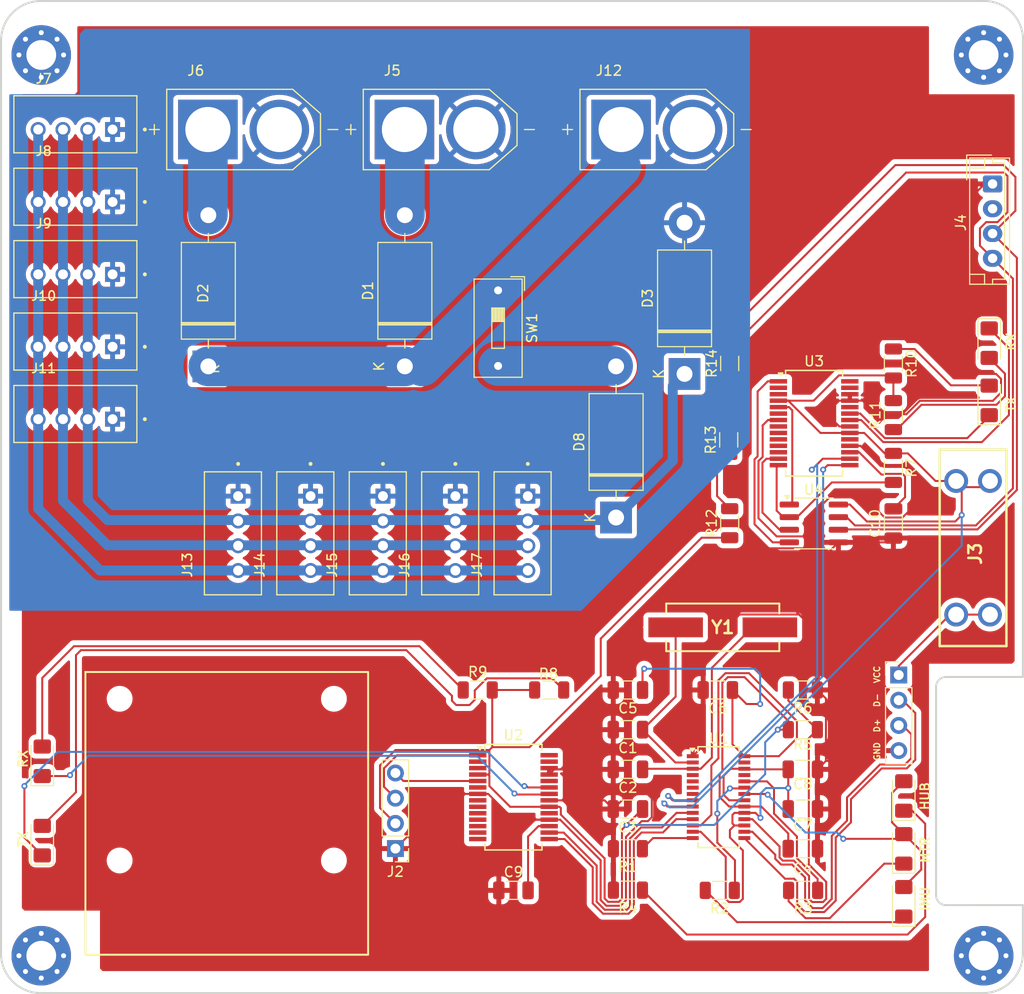
<source format=kicad_pcb>
(kicad_pcb (version 20240108) (generator "pcbnew") (generator_version "8.0")
  (layers (0 "F.Cu" signal) (31 "B.Cu" signal) (34 "B.Paste" user) (35 "F.Paste" user) (36 "B.SilkS" user "B.Silkscreen") (37 "F.SilkS" user "F.Silkscreen") (38 "B.Mask" user) (39 "F.Mask" user) (44 "Edge.Cuts" user))
  (net 0 "")
  (net 1 "Net-(U1-XOUT)")
  (net 2 "GNDREF")
  (net 3 "Net-(U1-XIN)")
  (net 4 "USB_PWR")
  (net 5 "Net-(U1-VD18)")
  (net 6 "3v3")
  (net 7 "Net-(HUB1-K)")
  (net 8 "Net-(HUB1-A)")
  (net 9 "Net-(IMU1-K)")
  (net 10 "Net-(MTRS1-K)")
  (net 11 "USB_D+")
  (net 12 "USB_D-")
  (net 13 "Net-(U1-REXT)")
  (net 14 "Net-(U1-LED1{slash}EESCL)")
  (net 15 "Net-(U1-LED2)")
  (net 16 "Net-(U1-VBUSM)")
  (net 18 "Net-(U3-3V3OUT)")
  (net 22 "Net-(D4-K)")
  (net 24 "Net-(U2-3V3OUT)")
  (net 25 "Net-(J2-Pin_3)")
  (net 27 "Net-(J2-Pin_4)")
  (net 28 "Net-(D4-A)")
  (net 29 "Net-(D5-K)")
  (net 36 "Net-(D5-A)")
  (net 42 "Net-(U3-CBUS3)")
  (net 44 "MOTORS_USB_D-")
  (net 45 "MOTORS_USB_D+")
  (net 46 "IMU_USB_D+")
  (net 47 "IMU_USB_D-")
  (net 53 "Net-(U3-RXD)")
  (net 55 "Net-(D6-K)")
  (net 57 "Net-(U3-TXD)")
  (net 60 "Net-(D6-A)")
  (net 61 "Net-(U3-CBUS2)")
  (net 63 "Net-(D7-K)")
  (net 64 "Net-(D7-A)")
  (net 65 "Net-(J1-Pin_1)")
  (net 67 "Net-(U4-A)")
  (net 68 "Net-(U4-B)")
  (net 69 "Net-(D1-K)")
  (net 70 "Net-(D1-A)")
  (net 71 "Net-(D2-A)")
  (net 72 "GND")
  (net 73 "Net-(D8-A)")
  (net 74 "Net-(J10-Pad4)")
  (net 75 "Net-(J10-Pad3)")
  (net 76 "Net-(D3-K)")
  (footprint "B4B-XH (conectores do motor):JST_B4B-XH-A" (layer "F.Cu") (at 106.74 35.289)
    (property "Reference" "J7")
    (property "Value" "B4B-XH-A")
  )
  (footprint "Capacitor_SMD:C_1206_3216Metric" (layer "F.Cu") (at 189.2 75.525 90)
    (property "Reference" "C10")
    (property "Value" "0.1uF")
  )
  (footprint "Package_SO:SSOP-28_3.9x9.9mm_P0.635mm" (layer "F.Cu") (at 171.575 103.1125)
    (property "Reference" "U1")
    (property "Value" "FE1.1s")
  )
  (footprint "B4B-XH (conectores do motor):JST_B4B-XH-A" (layer "F.Cu") (at 129.921 76.52175 90)
    (property "Reference" "J14")
    (property "Value" "B4B-XH-A")
  )
  (footprint "Resistor_SMD:R_1206_3216Metric" (layer "F.Cu") (at 162.44 112.49)
    (property "Reference" "R4")
    (property "Value" "330")
  )
  (footprint "B4B-XH (conectores do motor):JST_B4B-XH-A" (layer "F.Cu") (at 106.74 42.589)
    (property "Reference" "J8")
    (property "Value" "B4B-XH-A")
  )
  (footprint "B4B-XH (conectores do motor):JST_B4B-XH-A" (layer "F.Cu") (at 151.821 76.52175 90)
    (property "Reference" "J17")
    (property "Value" "B4B-XH-A")
  )
  (footprint "Capacitor_SMD:C_1206_3216Metric" (layer "F.Cu") (at 162.4375 96.3125 180)
    (property "Reference" "C1")
    (property "Value" "22pF")
  )
  (footprint "Package_SO:SOIC-8_3.9x4.9mm_P1.27mm" (layer "F.Cu") (at 181.183 75.524)
    (property "Reference" "U4")
    (property "Value" "MAX485E")
  )
  (footprint "Resistor_SMD:R_1206_3216Metric" (layer "F.Cu") (at 162.4375 108.3125 180)
    (property "Reference" "R1")
    (property "Value" "2K7")
  )
  (footprint "" (layer "F.Cu") (at 132.8 109.5)
    (property "Reference" "")
    (property "Value" "")
  )
  (footprint "Resistor_SMD:R_1206_3216Metric" (layer "F.Cu") (at 180.075 96.3125)
    (property "Reference" "R5")
    (property "Value" "47K")
  )
  (footprint "Resistor_SMD:R_1206_3216Metric" (layer "F.Cu") (at 171.7 112.5125 180)
    (property "Reference" "R2")
    (property "Value" "330")
  )
  (footprint "" (layer "F.Cu") (at 132.8 93.2)
    (property "Reference" "")
    (property "Value" "")
  )
  (footprint "MountingHole:MountingHole_3mm_Pad_Via" (layer "F.Cu") (at 198.3 28.3)
    (property "Reference" "REF**" (hide yes))
    (property "Value" "MountingHole_3mm_Pad_Via" (hide yes))
  )
  (footprint "B4B-XH (conectores do motor):JST_B4B-XH-A" (layer "F.Cu") (at 106.74 49.889)
    (property "Reference" "J9")
    (property "Value" "B4B-XH-A")
  )
  (footprint "components:ECS120185PXGMTR" (layer "F.Cu") (at 172 86)
    (property "Reference" "Y1")
    (property "Value" "Crystal" (hide yes))
  )
  (footprint "Capacitor_SMD:C_1206_3216Metric" (layer "F.Cu") (at 162.4375 104.3125 180)
    (property "Reference" "C3")
    (property "Value" "10uF")
  )
  (footprint "MountingHole:MountingHole_3mm_Pad_Via" (layer "F.Cu") (at 198.3 119.1)
    (property "Reference" "REF**" (hide yes))
    (property "Value" "MountingHole_3mm_Pad_Via" (hide yes))
  )
  (footprint "LED_SMD:LED_1206_3216Metric_Pad1.42x1.75mm_HandSolder" (layer "F.Cu") (at 198.86 57.35 -90)
    (property "Reference" "D7" (hide yes))
    (property "Value" "MTR_RX")
  )
  (footprint "Resistor_SMD:R_1206_3216Metric" (layer "F.Cu") (at 180.075 92.3125 180)
    (property "Reference" "R6")
    (property "Value" "100K")
  )
  (footprint "Connector_PinHeader_2.54mm:PinHeader_1x04_P2.54mm_Vertical" (layer "F.Cu") (at 139 108.3 180)
    (property "Reference" "J2")
    (property "Value" "IMU")
  )
  (footprint "Diode_THT:D_DO-201AD_P15.24mm_Horizontal" (layer "F.Cu") (at 161.246 74.93 90)
    (property "Reference" "D8")
    (property "Value" "1N5400")
  )
  (footprint "MountingHole:MountingHole_3mm_Pad_Via" (layer "F.Cu") (at 103.3 119.1)
    (property "Reference" "REF**" (hide yes))
    (property "Value" "MountingHole_3mm_Pad_Via" (hide yes))
  )
  (footprint "Connector_PinHeader_2.54mm:PinHeader_1x04_P2.54mm_Vertical" (layer "F.Cu") (at 189.738 90.805)
    (property "Reference" "J1" (hide yes))
    (property "Value" "USB_IN" (hide yes))
  )
  (footprint "xt 60:AMASS_XT60-M" (layer "F.Cu") (at 143.51 35.814)
    (property "Reference" "J5")
    (property "Value" "XT60-M")
  )
  (footprint "LED_SMD:LED_1206_3216Metric_Pad1.42x1.75mm_HandSolder" (layer "F.Cu") (at 190.246 102.997 90)
    (property "Reference" "HUB1" (hide yes))
    (property "Value" "HUB_PWR")
  )
  (footprint "B4B-XH (conectores do motor):JST_B4B-XH-A" (layer "F.Cu") (at 137.221 76.52175 90)
    (property "Reference" "J15")
    (property "Value" "B4B-XH-A")
  )
  (footprint "xt 60:AMASS_XT60-M" (layer "F.Cu") (at 165.354 35.814)
    (property "Reference" "J12")
    (property "Value" "XT60-M")
  )
  (footprint "Capacitor_SMD:C_1206_3216Metric" (layer "F.Cu") (at 180.075 100.3125)
    (property "Reference" "C8")
    (property "Value" "10uF")
  )
  (footprint "Resistor_SMD:R_1206_3216Metric" (layer "F.Cu") (at 147.3 92.3125)
    (property "Reference" "R9")
    (property "Value" "270")
  )
  (footprint "Diode_THT:D_DO-201AD_P15.24mm_Horizontal" (layer "F.Cu") (at 139.954 59.69 90)
    (property "Reference" "D1")
    (property "Value" "1N5400")
  )
  (footprint "Connector_JST:JST_EH_B4B-EH-A_1x04_P2.50mm_Vertical" (layer "F.Cu") (at 199.2 41.3 -90)
    (property "Reference" "J4")
    (property "Value" "Motors")
  )
  (footprint "Resistor_SMD:R_1206_3216Metric" (layer "F.Cu") (at 180.1 112.5125 180)
    (property "Reference" "R3")
    (property "Value" "330")
  )
  (footprint "Resistor_SMD:R_1206_3216Metric" (layer "F.Cu") (at 172.7 59.4 90)
    (property "Reference" "R14")
    (property "Value" "680")
  )
  (footprint "MountingHole:MountingHole_3mm_Pad_Via" (layer "F.Cu") (at 103.3 28.3)
    (property "Reference" "REF**" (hide yes))
    (property "Value" "MountingHole_3mm_Pad_Via" (hide yes))
  )
  (footprint "B4B-XH (conectores do motor):JST_B4B-XH-A" (layer "F.Cu") (at 144.521 76.52175 90)
    (property "Reference" "J16")
    (property "Value" "B4B-XH-A")
  )
  (footprint "Capacitor_SMD:C_1206_3216Metric" (layer "F.Cu") (at 162.4375 92.3125 180)
    (property "Reference" "C5")
    (property "Value" "10uF")
  )
  (footprint "B4B-XH (conectores do motor):JST_B4B-XH-A" (layer "F.Cu") (at 106.74 64.489)
    (property "Reference" "J11")
    (property "Value" "B4B-XH-A")
  )
  (footprint "B4B-XH (conectores do motor):JST_B4B-XH-A" (layer "F.Cu") (at 122.621 76.52175 90)
    (property "Reference" "J13")
    (property "Value" "B4B-XH-A")
  )
  (footprint "Resistor_SMD:R_1206_3216Metric" (layer "F.Cu") (at 172.6 67.1 90)
    (property "Reference" "R13")
    (property "Value" "120")
  )
  (footprint "humanoid:MINI_FUSE" (layer "F.Cu") (at 197.231 77.978 90)
    (property "Reference" "J3")
    (property "Value" "MINI_FUSE" (hide yes))
  )
  (footprint "LED_SMD:LED_1206_3216Metric_Pad1.42x1.75mm_HandSolder" (layer "F.Cu") (at 103.4 107.5 90)
    (property "Reference" "D4" (hide yes))
    (property "Value" "IMU_TX")
  )
  (footprint "Diode_THT:D_DO-201AD_P15.24mm_Horizontal" (layer "F.Cu") (at 120.142 59.69 90)
    (property "Reference" "D2")
    (property "Value" "1N5400")
  )
  (footprint "Package_SO:SSOP-28_5.3x10.2mm_P0.65mm" (layer "F.Cu") (at 181.208 65.424)
    (property "Reference" "U3")
    (property "Value" "FT232RL")
  )
  (footprint "LED_SMD:LED_1206_3216Metric_Pad1.42x1.75mm_HandSolder" (layer "F.Cu") (at 190.246 108.331 90)
    (property "Reference" "MTRS1" (hide yes))
    (property "Value" "USB_2")
  )
  (footprint "xt 60:AMASS_XT60-M" (layer "F.Cu") (at 123.698 35.814)
    (property "Reference" "J6")
    (property "Value" "XT60-M")
  )
  (footprint "Capacitor_SMD:C_1206_3216Metric" (layer "F.Cu") (at 162.4375 100.3125 180)
    (property "Reference" "C2")
    (property "Value" "22pF")
  )
  (footprint "LED_SMD:LED_1206_3216Metric_Pad1.42x1.75mm_HandSolder" (layer "F.Cu") (at 103.4 99.5 90)
    (property "Reference" "D5" (hide yes))
    (property "Value" "IMU_RX")
  )
  (footprint "Capacitor_SMD:C_1206_3216Metric" (layer "F.Cu") (at 150.9 112.5125)
    (property "Reference" "C9")
    (property "Value" "0.1uF")
  )
  (footprint "Package_SO:SSOP-28_5.3x10.2mm_P0.65mm" (layer "F.Cu") (at 150.9 103.1125)
    (property "Reference" "U2")
    (property "Value" "FT232RL")
  )
  (footprint "Resistor_SMD:R_1206_3216Metric" (layer "F.Cu") (at 154.5 92.3125 180)
    (property "Reference" "R8")
    (property "Value" "270")
  )
  (footprint "Resistor_SMD:R_1206_3216Metric" (layer "F.Cu") (at 172.7 75.5 90)
    (property "Reference" "R12")
    (property "Value" "680")
  )
  (footprint "Button_Switch_THT:SW_DIP_SPSTx01_Slide_9.78x4.72mm_W7.62mm_P2.54mm" (layer "F.Cu") (at 149.352 52.0275 -90)
    (property "Reference" "SW1")
    (property "Value" "SW_DPST_x2")
  )
  (footprint "B4B-XH (conectores do motor):JST_B4B-XH-A" (layer "F.Cu") (at 106.74 57.189)
    (property "Reference" "J10")
    (property "Value" "B4B-XH-A")
  )
  (footprint "LED_SMD:LED_1206_3216Metric_Pad1.42x1.75mm_HandSolder" (layer "F.Cu") (at 198.86 63.12 90)
    (property "Reference" "D6" (hide yes))
    (property "Value" "MTR_TX")
  )
  (footprint "" (layer "F.Cu") (at 111.2 109.5)
    (property "Reference" "")
    (property "Value" "")
  )
  (footprint "Capacitor_SMD:C_1206_3216Metric" (layer "F.Cu") (at 171.5 92.3125 180)
    (property "Reference" "C6")
    (property "Value" "0.1uF")
  )
  (footprint "Resistor_SMD:R_1206_3216Metric" (layer "F.Cu") (at 189.2 64.6 90)
    (property "Reference" "R11")
    (property "Value" "270")
  )
  (footprint "Capacitor_SMD:C_1206_3216Metric" (layer "F.Cu") (at 180.075 108.3125)
    (property "Reference" "C4")
    (property "Value" "0.1uF")
  )
  (footprint "Resistor_SMD:R_1206_3216Metric" (layer "F.Cu") (at 189.2 69.925 -90)
    (property "Reference" "R7")
    (property "Value" "10K")
  )
  (footprint "Diode_THT:D_DO-201AD_P15.24mm_Horizontal" (layer "F.Cu") (at 168.148 60.452 90)
    (property "Reference" "D3")
    (property "Value" "1N5400")
  )
  (footprint "Resistor_SMD:R_1206_3216Metric" (layer "F.Cu") (at 189.2 59.4 -90)
    (property "Reference" "R10")
    (property "Value" "270")
  )
  (footprint "LED_SMD:LED_1206_3216Metric_Pad1.42x1.75mm_HandSolder" (layer "F.Cu") (at 190.246 113.665 90)
    (property "Reference" "IMU1" (hide yes))
    (property "Value" "USB_1")
  )
  (footprint "" (layer "F.Cu") (at 111.2 93.2)
    (property "Reference" "")
    (property "Value" "")
  )
  (footprint "Capacitor_SMD:C_1206_3216Metric" (layer "F.Cu") (at 180.075 104.3125)
    (property "Reference" "C7")
    (property "Value" "0.1uF")
  )
  (gr_line (start 166.878 69.088) (end 167.386 69.088) (stroke (width 0.2)) (layer "B.Cu") (net 76))
  (gr_rect (start 107.75 90.5) (end 136.25 119) (stroke (width 0.2)) (fill none) (layer "F.SilkS"))
  (gr_arc (start 193.5 92) (mid 193.792893 91.292893) (end 194.5 91) (stroke (width 0.2)) (layer "Edge.Cuts"))
  (gr_arc (start 99.249 26.86) (mid 100.420573 24.031573) (end 103.249 22.86) (stroke (width 0.2)) (layer "Edge.Cuts"))
  (gr_line (start 202.249 26.86) (end 202.249 91) (stroke (width 0.2)) (layer "Edge.Cuts"))
  (gr_arc (start 202.251079 118.86) (mid 201.032915 121.735144) (end 198.12 122.859999) (stroke (width 0.2)) (layer "Edge.Cuts"))
  (gr_line (start 193.5 92) (end 193.5 112.999407) (stroke (width 0.2)) (layer "Edge.Cuts"))
  (gr_line (start 202.249 118.86) (end 202.249 113.995329) (stroke (width 0.2)) (layer "Edge.Cuts"))
  (gr_line (start 198.12 122.859999) (end 103.505 122.859998) (stroke (width 0.2)) (layer "Edge.Cuts"))
  (gr_line (start 194.500593 113.999407) (end 202.249 113.995329) (stroke (width 0.2)) (layer "Edge.Cuts"))
  (gr_line (start 194.5 91) (end 202.249 91) (stroke (width 0.2)) (layer "Edge.Cuts"))
  (gr_arc (start 103.505 122.859998) (mid 100.506791 121.783321) (end 99.240818 118.86) (stroke (width 0.2)) (layer "Edge.Cuts"))
  (gr_arc (start 198.374 22.857552) (mid 201.12846 23.998994) (end 202.26817 26.754171) (stroke (width 0.2)) (layer "Edge.Cuts"))
  (gr_line (start 103.124 22.86) (end 198.378 22.86) (stroke (width 0.2)) (layer "Edge.Cuts"))
  (gr_arc (start 194.500593 113.999407) (mid 193.793103 113.706724) (end 193.5 112.999407) (stroke (width 0.2)) (layer "Edge.Cuts"))
  (gr_line (start 99.249 118.86) (end 99.249 26.86) (stroke (width 0.2)) (layer "Edge.Cuts"))
  (gr_text "RX" (at 102 100.25 90) (layer "F.SilkS") (effects (font (size 0.9 0.9) (thickness 0.175) (bold yes)) (justify left bottom)))
  (gr_text "GND" (at 187.9 99.5 90) (layer "F.SilkS") (effects (font (size 0.6 0.6) (thickness 0.125) (bold yes)) (justify left bottom)))
  (gr_text "MTR\n" (at 192.913 109.855 90) (layer "F.SilkS") (effects (font (size 0.9 0.9) (thickness 0.175) (bold yes)) (justify left bottom)))
  (gr_text "IMU\n" (at 192.913 114.681 90) (layer "F.SilkS") (effects (font (size 0.9 0.9) (thickness 0.175) (bold yes)) (justify left bottom)))
  (gr_text "TX" (at 201.6 64.4 90) (layer "F.SilkS") (effects (font (size 0.9 0.9) (thickness 0.175) (bold yes)) (justify left bottom)))
  (gr_text "VCC" (at 187.9 91.7 90) (layer "F.SilkS") (effects (font (size 0.6 0.6) (thickness 0.125) (bold yes)) (justify left bottom)))
  (gr_text "HUB\n" (at 192.913 104.521 90) (layer "F.SilkS") (effects (font (size 0.9 0.9) (thickness 0.175) (bold yes)) (justify left bottom)))
  (gr_text "TX" (at 102 108.25 90) (layer "F.SilkS") (effects (font (size 0.9 0.9) (thickness 0.175) (bold yes)) (justify left bottom)))
  (gr_text "D+" (at 187.9 96.65 90) (layer "F.SilkS") (effects (font (size 0.6 0.6) (thickness 0.125) (bold yes)) (justify left bottom)))
  (gr_text "D-" (at 187.9 94.1 90) (layer "F.SilkS") (effects (font (size 0.6 0.6) (thickness 0.125) (bold yes)) (justify left bottom)))
  (gr_text "RX" (at 201.6 58.2 90) (layer "F.SilkS") (effects (font (size 0.9 0.9) (thickness 0.175) (bold yes)) (justify left bottom)))
  (segment (start 163.9125 96.3125) (end 167.22 99.62) (width 0.2) (layer "F.Cu") (net 1))
  (segment (start 167.25 92.975) (end 163.9125 96.3125) (width 0.2) (layer "F.Cu") (net 1))
  (segment (start 167.25 86) (end 167.25 92.975) (width 0.2) (layer "F.Cu") (net 1))
  (segment (start 167.22 99.62) (end 168.975 99.62) (width 0.2) (layer "F.Cu") (net 1))
  (segment (start 160.9625 100.3125) (end 154.625 100.3125) (width 0.2) (layer "F.Cu") (net 2))
  (segment (start 176.558 65.099) (end 176.022 65.635) (width 0.2) (layer "F.Cu") (net 2))
  (segment (start 149.425 112.5125) (end 149.425 108.639) (width 0.2) (layer "F.Cu") (net 2))
  (segment (start 195.326 60.452) (end 191.824 56.95) (width 0.2) (layer "F.Cu") (net 2))
  (segment (start 183.733 63.149) (end 183.2 63.682) (width 0.2) (layer "F.Cu") (net 2))
  (segment (start 188.771 77.429) (end 189.2 77) (width 0.2) (layer "F.Cu") (net 2))
  (segment (start 191.262 73.782) (end 190.119 74.925) (width 0.2) (layer "F.Cu") (net 2))
  (segment (start 176.022 68.812314) (end 175.6 69.234314) (width 0.2) (layer "F.Cu") (net 2))
  (segment (start 174.498 76.398) (end 174.498 62.6605) (width 0.2) (layer "F.Cu") (net 2))
  (segment (start 183.2 65.191) (end 183.758 65.749) (width 0.2) (layer "F.Cu") (net 2))
  (segment (start 183.629 77.4) (end 183.658 77.429) (width 0.2) (layer "F.Cu") (net 2))
  (segment (start 178.1 82.804) (end 177.8 82.804) (width 0.2) (layer "F.Cu") (net 2))
  (segment (start 198.4 41.3) (end 195.866314 43.833686) (width 0.2) (layer "F.Cu") (net 2))
  (segment (start 182.4 99.4625) (end 182.7375 99.4625) (width 0.2) (layer "F.Cu") (net 2))
  (segment (start 182.4 93.175) (end 182.4 99.4625) (width 0.2) (layer "F.Cu") (net 2))
  (segment (start 161.0375 112.5125) (end 161.0375 108.375) (width 0.2) (layer "F.Cu") (net 2))
  (segment (start 185.883 67.699) (end 187.907 69.723) (width 0.2) (layer "F.Cu") (net 2))
  (segment (start 182.13 99.7325) (end 181.55 100.3125) (width 0.2) (layer "F.Cu") (net 2))
  (segment (start 180.829 74.832448) (end 180.829 76.829) (width 0.2) (layer "F.Cu") (net 2))
  (segment (start 144.5125 102.7875) (end 139 108.3) (width 0.2) (layer "F.Cu") (net 2))
  (segment (start 174.03875 62.18125) (end 174.01875 62.18125) (width 0.2) (layer "F.Cu") (net 2))
  (segment (start 160.9625 92.3125) (end 160.9625 96.3125) (width 0.2) (layer "F.Cu") (net 2))
  (segment (start 180.829 76.829) (end 181.4 77.4) (width 0.2) (layer "F.Cu") (net 2))
  (segment (start 179.696 84.7) (end 179.959 84.963) (width 0.2) (layer "F.Cu") (net 2))
  (segment (start 184.808 63.149) (end 183.733 63.149) (width 0.2) (layer "F.Cu") (net 2))
  (segment (start 199.551744 60.452) (end 195.326 60.452) (width 0.2) (layer "F.Cu") (net 2))
  (segment (start 195.866314 43.833686) (end 195.866314 51.999372) (width 0.2) (layer "F.Cu") (net 2))
  (segment (start 181.5375 86.5415) (end 181.5375 92.3125) (width 0.2) (layer "F.Cu") (net 2))
  (segment (start 152.6765 105.3875) (end 154.5 105.3875) (width 0.2) (layer "F.Cu") (net 2))
  (segment (start 159.69 109.474) (end 159.69 113.49043) (width 0.2) (layer "F.Cu") (net 2))
  (segment (start 160.9625 92.3125) (end 160.9625 87.1955) (width 0.2) (layer "F.Cu") (net 2))
  (segment (start 182.4 99.4625) (end 181.55 100.3125) (width 0.2) (layer "F.Cu") (net 2))
  (segment (start 177.8 82.804) (end 179.959 84.963) (width 0.2) (layer "F.Cu") (net 2))
  (segment (start 184.808 62.499) (end 184.808 63.149) (width 0.2) (layer "F.Cu") (net 2))
  (segment (start 190.505814 64.516) (end 191.859314 63.1625) (width 0.2) (layer "F.Cu") (net 2))
  (segment (start 183.658 77.429) (end 178.283 82.804) (width 0.2) (layer "F.Cu") (net 2))
  (segment (start 162.2375 107.121384) (end 163.821884 105.537) (width 0.2) (layer "F.Cu") (net 2))
  (segment (start 199.2265 63.1625) (end 200.049 62.34) (width 0.2) (layer "F.Cu") (net 2))
  (segment (start 190.119 74.925) (end 188.315256 74.925) (width 0.2) (layer "F.Cu") (net 2))
  (segment (start 195.866314 51.999372) (end 190.915686 56.95) (width 0.2) (layer "F.Cu") (net 2))
  (segment (start 183.658 77.429) (end 188.771 77.429) (width 0.2) (layer "F.Cu") (net 2))
  (segment (start 170.025 97.935) (end 168.975 98.985) (width 0.2) (layer "F.Cu") (net 2))
  (segment (start 175.6 69.234314) (end 175.6 75) (width 0.2) (layer "F.Cu") (net 2))
  (segment (start 160.9625 87.1955) (end 165.354 82.804) (width 0.2) (layer "F.Cu") (net 2))
  (segment (start 179.959 84.963) (end 181.5375 86.5415) (width 0.2) (layer "F.Cu") (net 2))
  (segment (start 183.775 98.425) (end 189.738 98.425) (width 0.2) (layer "F.Cu") (net 2))
  (segment (start 164.338 102.743) (end 162.532 102.743) (width 0.2) (layer "F.Cu") (net 2))
  (segment (start 147.3 102.7875) (end 144.5125 102.7875) (width 0.2) (layer "F.Cu") (net 2))
  (segment (start 186.288256 72.898) (end 182.763448 72.898) (width 0.2) (layer "F.Cu") (net 2))
  (segment (start 155.6035 105.3875) (end 159.69 109.474) (width 0.2) (layer "F.Cu") (net 2))
  (segment (start 160.9625 96.3125) (end 160.9625 100.3125) (width 0.2) (layer "F.Cu") (net 2))
  (segment (start 162.24 109.506115) (end 162.2375 109.503615) (width 0.2) (layer "F.Cu") (net 2))
  (segment (start 191.859314 63.1625) (end 199.2265 63.1625) (width 0.2) (layer "F.Cu") (net 2))
  (segment (start 150.95 105.3875) (end 148.35 102.7875) (width 0.2) (layer "F.Cu") (net 2))
  (segment (start 180.771 78.029) (end 176.129 78.029) (width 0.2) (layer "F.Cu") (net 2))
  (segment (start 181.4 77.4) (end 183.629 77.4) (width 0.2) (layer "F.Cu") (net 2))
  (segment (start 162.24 113.51543) (end 162.24 109.506115) (width 0.2) (layer "F.Cu") (net 2))
  (segment (start 181.4 77.4) (end 180.771 78.029) (width 0.2) (layer "F.Cu") (net 2))
  (segment (start 174.498 62.6605) (end 174.01875 62.18125) (width 0.2) (layer "F.Cu") (net 2))
  (segment (start 190.5 69.723) (end 191.262 70.485) (width 0.2) (layer "F.Cu") (net 2))
  (segment (start 187.96 64.516) (end 190.505814 64.516) (width 0.2) (layer "F.Cu") (net 2))
  (segment (start 160.9625 100.3125) (end 155.025 100.3125) (width 0.2) (layer "F.Cu") (net 2))
  (segment (start 165.354 82.804) (end 177.8 82.804) (width 0.2) (layer "F.Cu") (net 2))
  (segment (start 184.808 67.699) (end 185.883 67.699) (width 0.2) (layer "F.Cu") (net 2))
  (segment (start 200.049 62.34) (end 200.049 60.949256) (width 0.2) (layer "F.Cu") (net 2))
  (segment (start 170.025 88.375) (end 173.7 84.7) (width 0.2) (layer "F.Cu") (net 2))
  (segment (start 149.425 108.639) (end 152.6765 105.3875) (width 0.2) (layer "F.Cu") (net 2))
  (segment (start 160.9625 104.3125) (end 160.9625 108.3) (width 0.2) (layer "F.Cu") (net 2))
  (segment (start 177.608 65.099) (end 176.558 65.099) (width 0.2) (layer "F.Cu") (net 2))
  (segment (start 183.758 65.749) (end 184.808 65.749) (width 0.2) (layer "F.Cu") (net 2))
  (segment (start 160.0875 103.4375) (end 154.5 103.4375) (width 0.2) (layer "F.Cu") (net 2))
  (segment (start 160.9625 100.3125) (end 160.9625 104.3125) (width 0.2) (layer "F.Cu") (net 2))
  (segment (start 154.625 100.3125) (end 154.5 100.1875) (width 0.2) (layer "F.Cu") (net 2))
  (segment (start 191.262 70.485) (end 191.262 73.782) (width 0.2) (layer "F.Cu") (net 2))
  (segment (start 187.907 69.723) (end 190.5 69.723) (width 0.2) (layer "F.Cu") (net 2))
  (segment (start 181.55 100.3125) (end 181.55 104.3125) (width 0.2) (layer "F.Cu") (net 2))
  (segment (start 154.5 105.3875) (end 150.95 105.3875) (width 0.2) (layer "F.Cu") (net 2))
  (segment (start 162.532 102.743) (end 160.9625 104.3125) (width 0.2) (layer "F.Cu") (net 2))
  (segment (start 170.025 92.3125) (end 170.025 97.935) (width 0.2) (layer "F.Cu") (net 2))
  (segment (start 162.2375 109.503615) (end 162.2375 107.121384) (width 0.2) (layer "F.Cu") (net 2))
  (segment (start 154.5 105.3875) (end 155.6035 105.3875) (width 0.2) (layer "F.Cu") (net 2))
  (segment (start 188.315256 74.925) (end 186.288256 72.898) (width 0.2) (layer "F.Cu") (net 2))
  (segment (start 176.022 65.635) (end 176.022 68.812314) (width 0.2) (layer "F.Cu") (net 2))
  (segment (start 179.27 56.95) (end 174.03875 62.18125) (width 0.2) (layer "F.Cu") (net 2))
  (segment (start 160.26457 114.065) (end 161.69043 114.065) (width 0.2) (layer "F.Cu") (net 2))
  (segment (start 178.283 82.804) (end 178.1 82.804) (width 0.2) (layer "F.Cu") (net 2))
  (segment (start 182.763448 72.898) (end 180.829 74.832448) (width 0.2) (layer "F.Cu") (net 2))
  (segment (start 172.7 60.8625) (end 174.01875 62.18125) (width 0.2) (layer "F.Cu") (net 2))
  (segment (start 177.429 76.829) (end 180.829 76.829) (width 0.2) (layer "F.Cu") (net 2))
  (segment (start 175.6 75) (end 177.429 76.829) (width 0.2) (layer "F.Cu") (net 2))
  (segment (start 164.447744 105.537) (end 164.846 105.138744) (width 0.2) (layer "F.Cu") (net 2))
  (segment (start 200.049 60.949256) (end 199.551744 60.452) (width 0.2) (layer "F.Cu") (net 2))
  (segment (start 159.69 113.49043) (end 160.26457 114.065) (width 0.2) (layer "F.Cu") (net 2))
  (segment (start 163.821884 105.537) (end 164.447744 105.537) (width 0.2) (layer "F.Cu") (net 2))
  (segment (start 184.808 63.149) (end 186.593 63.149) (width 0.2) (layer "F.Cu") (net 2))
  (segment (start 181.5375 92.3125) (end 182.4 93.175) (width 0.2) (layer "F.Cu") (net 2))
  (segment (start 181.55 104.3125) (end 181.55 108.3125) (width 0.2) (layer "F.Cu") (net 2))
  (segment (start 164.846 105.138744) (end 164.846 103.251) (width 0.2) (layer "F.Cu") (net 2))
  (segment (start 191.824 56.95) (end 190.915686 56.95) (width 0.2) (layer "F.Cu") (net 2))
  (segment (start 160.9625 104.3125) (end 160.0875 103.4375) (width 0.2) (layer "F.Cu") (net 2))
  (segment (start 161.69043 114.065) (end 162.24 113.51543) (width 0.2) (layer "F.Cu") (net 2))
  (segment (start 155.025 100.3125) (end 154.5 100.8375) (width 0.2) (layer "F.Cu") (net 2))
  (segment (start 186.593 63.149) (end 187.96 64.516) (width 0.2) (layer "F.Cu") (net 2))
  (segment (start 183.2 63.682) (end 183.2 65.191) (width 0.2) (layer "F.Cu") (net 2))
  (segment (start 161.0375 108.375) (end 160.975 108.3125) (width 0.2) (layer "F.Cu") (net 2))
  (segment (start 190.915686 56.95) (end 179.27 56.95) (width 0.2) (layer "F.Cu") (net 2))
  (segment (start 160.9625 108.3) (end 160.975 108.3125) (width 0.2) (layer "F.Cu") (net 2))
  (segment (start 182.7375 99.4625) (end 183.775 98.425) (width 0.2) (layer "F.Cu") (net 2))
  (segment (start 173.7 84.7) (end 179.696 84.7) (width 0.2) (layer "F.Cu") (net 2))
  (segment (start 170.025 92.3125) (end 170.025 88.375) (width 0.2) (layer "F.Cu") (net 2))
  (segment (start 199.2 41.3) (end 198.4 41.3) (width 0.2) (layer "F.Cu") (net 2))
  (segment (start 164.846 103.251) (end 164.338 102.743) (width 0.2) (layer "F.Cu") (net 2))
  (segment (start 148.35 102.7875) (end 147.3 102.7875) (width 0.2) (layer "F.Cu") (net 2))
  (segment (start 176.129 78.029) (end 174.498 76.398) (width 0.2) (layer "F.Cu") (net 2))
  (segment (start 170.9 90.085) (end 170.9 99.13) (width 0.2) (layer "F.Cu") (net 3))
  (segment (start 168.975 100.255) (end 163.97 100.255) (width 0.2) (layer "F.Cu") (net 3))
  (segment (start 174.985 86) (end 170.9 90.085) (width 0.2) (layer "F.Cu") (net 3))
  (segment (start 163.97 100.255) (end 163.9125 100.3125) (width 0.2) (layer "F.Cu") (net 3))
  (segment (start 170.9 99.13) (end 169.775 100.255) (width 0.2) (layer "F.Cu") (net 3))
  (segment (start 176.75 86) (end 174.985 86) (width 0.2) (layer "F.Cu") (net 3))
  (segment (start 169.775 100.255) (end 168.975 100.255) (width 0.2) (layer "F.Cu") (net 3))
  (segment (start 160.430256 113.665) (end 161.524744 113.665) (width 0.2) (layer "F.Cu") (net 4))
  (segment (start 161.524744 113.665) (end 161.84 113.349744) (width 0.2) (layer "F.Cu") (net 4))
  (segment (start 178.6125 95.4375) (end 174.192843 91.017843) (width 0.2) (layer "F.Cu") (net 4))
  (segment (start 147.3 100.8375) (end 148.375 100.8375) (width 0.2) (layer "F.Cu") (net 4))
  (segment (start 148.7625 98.075) (end 148.475 98.3625) (width 0.2) (layer "F.Cu") (net 4))
  (segment (start 148.375 100.8375) (end 148.475 100.7375) (width 0.2) (layer "F.Cu") (net 4))
  (segment (start 153.0375 92.3125) (end 148.7625 92.3125) (width 0.2) (layer "F.Cu") (net 4))
  (segment (start 189.2 68.4625) (end 188.325 68.4625) (width 0.2) (layer "F.Cu") (net 4))
  (segment (start 174.192843 91.017843) (end 172.509913 91.017843) (width 0.2) (layer "F.Cu") (net 4))
  (segment (start 148.475 100.7375) (end 148.475 98.3625) (width 0.2) (layer "F.Cu") (net 4))
  (segment (start 196.088 71.8) (end 196.088 71.865) (width 0.2) (layer "F.Cu") (net 4))
  (segment (start 169.867814 76.9625) (end 159.7 87.130314) (width 0.2) (layer "F.Cu") (net 4))
  (segment (start 150.5695 104.0875) (end 148.475 101.993) (width 0.2) (layer "F.Cu") (net 4))
  (segment (start 171.958 100.526314) (end 171.685 100.799314) (width 0.2) (layer "F.Cu") (net 4))
  (segment (start 172.7 76.9625) (end 169.867814 76.9625) (width 0.2) (layer "F.Cu") (net 4))
  (segment (start 195.531 71.243) (end 196.088 71.8) (width 0.2) (layer "F.Cu") (net 4))
  (segment (start 178.6 106.775686) (end 175.889314 104.065) (width 0.2) (layer "F.Cu") (net 4))
  (segment (start 172.645 104.065) (end 174.175 104.065) (width 0.2) (layer "F.Cu") (net 4))
  (segment (start 188.9375 60.6) (end 189.2 60.8625) (width 0.2) (layer "F.Cu") (net 4))
  (segment (start 148.475 98.3625) (end 139.0005 98.3625) (width 0.2) (layer "F.Cu") (net 4))
  (segment (start 188.325 68.4625) (end 186.2615 66.399) (width 0.2) (layer "F.Cu") (net 4))
  (segment (start 193.443 71.243) (end 190.6625 68.4625) (width 0.2) (layer "F.Cu") (net 4))
  (segment (start 159.7 87.130314) (end 159.7 90.9) (width 0.2) (layer "F.Cu") (net 4))
  (segment (start 181.848686 66.399) (end 178.598686 63.149) (width 0.2) (layer "F.Cu") (net 4))
  (segment (start 162.306 105.919) (end 162.306 105.918) (width 0.2) (layer "F.Cu") (net 4))
  (segment (start 137.45 99.913) (end 137.45 104.21) (width 0.2) (layer "F.Cu") (net 4))
  (segment (start 178.6 108.3125) (end 178.6 106.775686) (width 0.2) (layer "F.Cu") (net 4))
  (segment (start 196.088 71.865) (end 196.088 74.676) (width 0.2) (layer "F.Cu") (net 4))
  (segment (start 155.675 104.875) (end 160.09 109.29) (width 0.2) (layer "F.Cu") (net 4))
  (segment (start 171.685 103.105) (end 172.645 104.065) (width 0.2) (layer "F.Cu") (net 4))
  (segment (start 155.675 104.2125) (end 155.675 104.875) (width 0.2) (layer "F.Cu") (net 4))
  (segment (start 161.84 113.349744) (end 161.84 111.630256) (width 0.2) (layer "F.Cu") (net 4))
  (segment (start 161.8375 106.3875) (end 162.306 105.919) (width 0.2) (layer "F.Cu") (net 4))
  (segment (start 171.685 100.799314) (end 171.685 103.105) (width 0.2) (layer "F.Cu") (net 4))
  (segment (start 190.6625 68.4625) (end 189.2 68.4625) (width 0.2) (layer "F.Cu") (net 4))
  (segment (start 181.158 63.149) (end 183.707 60.6) (width 0.2) (layer "F.Cu") (net 4))
  (segment (start 148.35 100.8375) (end 147.3 100.8375) (width 0.2) (layer "F.Cu") (net 4))
  (segment (start 172.509913 91.017843) (end 171.958 91.569756) (width 0.2) (layer "F.Cu") (net 4))
  (segment (start 148.475 101.993) (end 148.475 100.9625) (width 0.2) (layer "F.Cu") (net 4))
  (segment (start 148.475 100.9625) (end 148.35 100.8375) (width 0.2) (layer "F.Cu") (net 4))
  (segment (start 198.309 71.865) (end 198.931 71.243) (width 0.2) (layer "F.Cu") (net 4))
  (segment (start 160.09 109.29) (end 160.09 113.324744) (width 0.2) (layer "F.Cu") (net 4))
  (segment (start 177.608 63.149) (end 181.158 63.149) (width 0.2) (layer "F.Cu") (net 4))
  (segment (start 154.5 104.0875) (end 150.5695 104.0875) (width 0.2) (layer "F.Cu") (net 4))
  (segment (start 177.546 96.3125) (end 178.6125 96.3125) (width 0.2) (layer "F.Cu") (net 4))
  (segment (start 189.2 60.8625) (end 189.2 63.1375) (width 0.2) (layer "F.Cu") (net 4))
  (segment (start 152.525 98.075) (end 148.7625 98.075) (width 0.2) (layer "F.Cu") (net 4))
  (segment (start 161.8375 111.627756) (end 161.8375 106.3875) (width 0.2) (layer "F.Cu") (net 4))
  (segment (start 186.525 75.325) (end 184.819 73.619) (width 0.2) (layer "F.Cu") (net 4))
  (segment (start 178.6125 96.3125) (end 178.6125 95.4375) (width 0.2) (layer "F.Cu") (net 4))
  (segment (start 148.7625 92.3125) (end 148.7625 98.075) (width 0.2) (layer "F.Cu") (net 4))
  (segment (start 154.5 104.0875) (end 155.55 104.0875) (width 0.2) (layer "F.Cu") (net 4))
  (segment (start 162.306 105.918) (end 162.307 105.918) (width 0.2) (layer "F.Cu") (net 4))
  (segment (start 196.088 74.676) (end 195.439 75.325) (width 0.2) (layer "F.Cu") (net 4))
  (segment (start 183.707 60.6) (end 188.9375 60.6) (width 0.2) (layer "F.Cu") (net 4))
  (segment (start 195.531 71.243) (end 193.443 71.243) (width 0.2) (layer "F.Cu") (net 4))
  (segment (start 162.307 105.918) (end 163.9125 104.3125) (width 0.2) (layer "F.Cu") (net 4))
  (segment (start 196.088 71.865) (end 198.309 71.865) (width 0.2) (layer "F.Cu") (net 4))
  (segment (start 184.808 66.399) (end 181.848686 66.399) (width 0.2) (layer "F.Cu") (net 4))
  (segment (start 139.0005 98.3625) (end 137.45 99.913) (width 0.2) (layer "F.Cu") (net 4))
  (segment (start 160.09 113.324744) (end 160.430256 113.665) (width 0.2) (layer "F.Cu") (net 4))
  (segment (start 184.819 73.619) (end 183.658 73.619) (width 0.2) (layer "F.Cu") (net 4))
  (segment (start 186.2615 66.399) (end 184.808 66.399) (width 0.2) (layer "F.Cu") (net 4))
  (segment (start 137.45 104.21) (end 139 105.76) (width 0.2) (layer "F.Cu") (net 4))
  (segment (start 171.958 91.569756) (end 171.958 100.526314) (width 0.2) (layer "F.Cu") (net 4))
  (segment (start 155.55 104.0875) (end 155.675 104.2125) (width 0.2) (layer "F.Cu") (net 4))
  (segment (start 195.439 75.325) (end 186.525 75.325) (width 0.2) (layer "F.Cu") (net 4))
  (segment (start 175.889314 104.065) (end 174.175 104.065) (width 0.2) (layer "F.Cu") (net 4))
  (segment (start 161.84 111.630256) (end 161.8375 111.627756) (width 0.2) (layer "F.Cu") (net 4))
  (segment (start 159.7 90.9) (end 152.525 98.075) (width 0.2) (layer "F.Cu") (net 4))
  (segment (start 178.598686 63.149) (end 177.608 63.149) (width 0.2) (layer "F.Cu") (net 4))
  (via (at 196.088 74.676) (size 0.6) (drill 0.3) (layers "F.Cu" "B.Cu") (net 4))
  (via (at 177.546 96.3125) (size 0.6) (drill 0.3) (layers "F.Cu" "B.Cu") (net 4))
  (via (at 162.306 105.918) (size 0.6) (drill 0.3) (layers "F.Cu" "B.Cu") (net 4))
  (segment (start 176.276 100.797529) (end 171.155529 105.918) (width 0.2) (layer "B.Cu") (net 4))
  (segment (start 196.088 77.7705) (end 196.088 74.676) (width 0.2) (layer "B.Cu") (net 4))
  (segment (start 177.546 96.3125) (end 176.276 97.5825) (width 0.2) (layer "B.Cu") (net 4))
  (segment (start 176.276 97.5825) (end 176.276 100.797529) (width 0.2) (layer "B.Cu") (net 4))
  (segment (start 177.546 96.3125) (end 196.088 77.7705) (width 0.2) (layer "B.Cu") (net 4))
  (segment (start 171.155529 105.918) (end 162.306 105.918) (width 0.2) (layer "B.Cu") (net 4))
  (segment (start 175.768 93.726) (end 174.3885 93.726) (width 0.2) (layer "F.Cu") (net 5))
  (segment (start 170.85 104.895) (end 170.85 99.914) (width 0.2) (layer "F.Cu") (net 5))
  (segment (start 179.475 95.452756) (end 179.475 97.172244) (width 0.2) (layer "F.Cu") (net 5))
  (segment (start 172.272157 90.617843) (end 174.640087 90.617843) (width 0.2) (layer "F.Cu") (net 5))
  (segment (start 171.558 99.206) (end 171.558 91.332) (width 0.2) (layer "F.Cu") (net 5))
  (segment (start 172.975 97.785) (end 174.175 98.985) (width 0.2) (layer "F.Cu") (net 5))
  (segment (start 170.85 99.914) (end 171.558 99.206) (width 0.2) (layer "F.Cu") (net 5))
  (segment (start 168.975 105.97) (end 169.775 105.97) (width 0.2) (layer "F.Cu") (net 5))
  (segment (start 163.9125 92.3125) (end 163.9125 90.3415) (width 0.2) (layer "F.Cu") (net 5))
  (segment (start 169.775 105.97) (end 170.85 104.895) (width 0.2) (layer "F.Cu") (net 5))
  (segment (start 177.662244 98.985) (end 174.175 98.985) (width 0.2) (layer "F.Cu") (net 5))
  (segment (start 174.3885 93.726) (end 172.975 92.3125) (width 0.2) (layer "F.Cu") (net 5))
  (segment (start 163.9125 90.3415) (end 164.084 90.17) (width 0.2) (layer "F.Cu") (net 5))
  (segment (start 171.558 91.332) (end 172.272157 90.617843) (width 0.2) (layer "F.Cu") (net 5))
  (segment (start 172.975 92.3125) (end 172.975 97.785) (width 0.2) (layer "F.Cu") (net 5))
  (segment (start 174.640087 90.617843) (end 179.475 95.452756) (width 0.2) (layer "F.Cu") (net 5))
  (segment (start 179.475 97.172244) (end 177.662244 98.985) (width 0.2) (layer "F.Cu") (net 5))
  (via (at 175.768 93.726) (size 0.6) (drill 0.3) (layers "F.Cu" "B.Cu") (net 5))
  (via (at 164.084 90.17) (size 0.6) (drill 0.3) (layers "F.Cu" "B.Cu") (net 5))
  (segment (start 164.084 90.17) (end 175.26 90.17) (width 0.2) (layer "B.Cu") (net 5))
  (segment (start 175.26 90.17) (end 175.768 90.678) (width 0.2) (layer "B.Cu") (net 5))
  (segment (start 175.768 90.678) (end 175.768 93.726) (width 0.2) (layer "B.Cu") (net 5))
  (segment (start 175.3 104.7) (end 175.8 105.2) (width 0.2) (layer "F.Cu") (net 6))
  (segment (start 172.72 106.426) (end 173.176 105.97) (width 0.2) (layer "F.Cu") (net 6))
  (segment (start 173.176 105.97) (end 172.974 105.768) (width 0.2) (layer "F.Cu") (net 6))
  (segment (start 174.175 104.7) (end 175.3 104.7) (width 0.2) (layer "F.Cu") (net 6))
  (segment (start 178.6 100.3125) (end 174.2325 100.3125) (width 0.2) (layer "F.Cu") (net 6))
  (segment (start 173.176 104.7) (end 174.175 104.7) (width 0.2) (layer "F.Cu") (net 6))
  (segment (start 174.175 100.255) (end 172.795 100.255) (width 0.2) (layer "F.Cu") (net 6))
  (segment (start 178.6 104.3125) (end 178.6 100.3125) (width 0.2) (layer "F.Cu") (net 6))
  (segment (start 174.025 108.49) (end 172.72 107.185) (width 0.2) (layer "F.Cu") (net 6))
  (segment (start 172.3 113.372244) (end 172.615256 113.6875) (width 0.2) (layer "F.Cu") (net 6))
  (segment (start 172.085 102.87) (end 172.645 103.43) (width 0.2) (layer "F.Cu") (net 6))
  (segment (start 172.974 105.768) (end 172.974 104.902) (width 0.2) (layer "F.Cu") (net 6))
  (segment (start 174.2325 100.3125) (end 174.175 100.255) (width 0.2) (layer "F.Cu") (net 6))
  (segment (start 168.975 106.605) (end 169.775 106.605) (width 0.2) (layer "F.Cu") (net 6))
  (segment (start 172.72 107.185) (end 172.72 106.426) (width 0.2) (layer "F.Cu") (net 6))
  (segment (start 172.795 100.255) (end 172.085 100.965) (width 0.2) (layer "F.Cu") (net 6))
  (segment (start 169.775 106.605) (end 172.3 109.13) (width 0.2) (layer "F.Cu") (net 6))
  (segment (start 172.615256 113.6875) (end 173.709744 113.6875) (width 0.2) (layer "F.Cu") (net 6))
  (segment (start 173.709744 113.6875) (end 174.025 113.372244) (width 0.2) (layer "F.Cu") (net 6))
  (segment (start 172.3 109.13) (end 172.3 113.372244) (width 0.2) (layer "F.Cu") (net 6))
  (segment (start 172.974 104.902) (end 173.176 104.7) (width 0.2) (layer "F.Cu") (net 6))
  (segment (start 172.085 100.965) (end 172.085 102.87) (width 0.2) (layer "F.Cu") (net 6))
  (segment (start 172.645 103.43) (end 174.175 103.43) (width 0.2) (layer "F.Cu") (net 6))
  (segment (start 174.025 113.372244) (end 174.025 108.49) (width 0.2) (layer "F.Cu") (net 6))
  (segment (start 173.176 105.97) (end 174.175 105.97) (width 0.2) (layer "F.Cu") (net 6))
  (via (at 178.6 102.2) (size 0.6) (drill 0.3) (layers "F.Cu" "B.Cu") (net 6))
  (via (at 175.8 105.2) (size 0.6) (drill 0.3) (layers "F.Cu" "B.Cu") (net 6))
  (segment (start 175.8 105.2) (end 175.8 102.751471) (width 0.2) (layer "B.Cu") (net 6))
  (segment (start 176.351471 102.2) (end 178.6 102.2) (width 0.2) (layer "B.Cu") (net 6))
  (segment (start 175.8 102.751471) (end 176.351471 102.2) (width 0.2) (layer "B.Cu") (net 6))
  (segment (start 190.246 104.4845) (end 191.0985 104.4845) (width 0.2) (layer "F.Cu") (net 7))
  (segment (start 191.0985 104.4845) (end 192.405 105.791) (width 0.2) (layer "F.Cu") (net 7))
  (segment (start 168.3795 116.967) (end 163.9025 112.49) (width 0.2) (layer "F.Cu") (net 7))
  (segment (start 192.405 105.791) (end 192.405 115.189) (width 0.2) (layer "F.Cu") (net 7))
  (segment (start 190.627 116.967) (end 168.3795 116.967) (width 0.2) (layer "F.Cu") (net 7))
  (segment (start 192.405 115.189) (end 190.627 116.967) (width 0.2) (layer "F.Cu") (net 7))
  (segment (start 190.246 106.8435) (end 190.2825 106.8435) (width 0.2) (layer "F.Cu") (net 8))
  (segment (start 176.53 102.87) (end 176.455 102.795) (width 0.2) (layer "F.Cu") (net 8))
  (segment (start 192.005 110.4185) (end 190.246 112.1775) (width 0.2) (layer "F.Cu") (net 8))
  (segment (start 189.7745 107.315) (end 184.15 107.315) (width 0.2) (layer "F.Cu") (net 8))
  (segment (start 189.071 102.6845) (end 190.246 101.5095) (width 0.2) (layer "F.Cu") (net 8))
  (segment (start 176.455 102.795) (end 174.175 102.795) (width 0.2) (layer "F.Cu") (net 8))
  (segment (start 192.005 108.566) (end 192.005 110.4185) (width 0.2) (layer "F.Cu") (net 8))
  (segment (start 189.071 105.6685) (end 189.071 102.6845) (width 0.2) (layer "F.Cu") (net 8))
  (segment (start 190.246 106.8435) (end 189.7745 107.315) (width 0.2) (layer "F.Cu") (net 8))
  (segment (start 190.2825 106.8435) (end 192.005 108.566) (width 0.2) (layer "F.Cu") (net 8))
  (segment (start 190.246 106.8435) (end 189.071 105.6685) (width 0.2) (layer "F.Cu") (net 8))
  (via (at 184.15 107.315) (size 0.6) (drill 0.3) (layers "F.Cu" "B.Cu") (net 8))
  (via (at 176.53 102.87) (size 0.6) (drill 0.3) (layers "F.Cu" "B.Cu") (net 8))
  (segment (start 180.34 106.68) (end 176.53 102.87) (width 0.2) (layer "B.Cu") (net 8))
  (segment (start 183.515 106.68) (end 180.34 106.68) (width 0.2) (layer "B.Cu") (net 8))
  (segment (start 184.15 107.315) (end 183.515 106.68) (width 0.2) (layer "B.Cu") (net 8))
  (segment (start 189.6825 115.716) (end 173.441 115.716) (width 0.2) (layer "F.Cu") (net 9))
  (segment (start 173.441 115.716) (end 170.2375 112.5125) (width 0.2) (layer "F.Cu") (net 9))
  (segment (start 190.246 115.1525) (end 189.6825 115.716) (width 0.2) (layer "F.Cu") (net 9))
  (segment (start 178.6375 112.5125) (end 178.6375 113.6135) (width 0.2) (layer "F.Cu") (net 10))
  (segment (start 180.34 115.316) (end 182.784 115.316) (width 0.2) (layer "F.Cu") (net 10))
  (segment (start 182.784 115.316) (end 188.2815 109.8185) (width 0.2) (layer "F.Cu") (net 10))
  (segment (start 178.6375 113.6135) (end 180.34 115.316) (width 0.2) (layer "F.Cu") (net 10))
  (segment (start 188.2815 109.8185) (end 190.246 109.8185) (width 0.2) (layer "F.Cu") (net 10))
  (segment (start 190.373 99.822) (end 191.008 99.187) (width 0.2) (layer "F.Cu") (net 11))
  (segment (start 190.119 95.885) (end 189.738 95.885) (width 0.2) (layer "F.Cu") (net 11))
  (segment (start 184.525 103.147884) (end 187.850884 99.822) (width 0.2) (layer "F.Cu") (net 11))
  (segment (start 177.292 109.32993) (end 177.87457 109.9125) (width 0.2) (layer "F.Cu") (net 11))
  (segment (start 177.87457 109.9125) (end 178.987686 109.9125) (width 0.2) (layer "F.Cu") (net 11))
  (segment (start 191.008 99.187) (end 191.008 96.774) (width 0.2) (layer "F.Cu") (net 11))
  (segment (start 182.06293 114.3) (end 182.988 113.37493) (width 0.2) (layer "F.Cu") (net 11))
  (segment (start 174.975 106.605) (end 177.292 108.922) (width 0.2) (layer "F.Cu") (net 11))
  (segment (start 180.3 111.224814) (end 180.3 113.53793) (width 0.2) (layer "F.Cu") (net 11))
  (segment (start 187.850884 99.822) (end 190.373 99.822) (width 0.2) (layer "F.Cu") (net 11))
  (segment (start 181.06207 114.3) (end 182.06293 114.3) (width 0.2) (layer "F.Cu") (net 11))
  (segment (start 184.525 105.485314) (end 184.525 103.147884) (width 0.2) (layer "F.Cu") (net 11))
  (segment (start 177.292 108.922) (end 177.292 109.32993) (width 0.2) (layer "F.Cu") (net 11))
  (segment (start 180.3 113.53793) (end 181.06207 114.3) (width 0.2) (layer "F.Cu") (net 11))
  (segment (start 178.987686 109.9125) (end 180.3 111.224814) (width 0.2) (layer "F.Cu") (net 11))
  (segment (start 191.008 96.774) (end 190.119 95.885) (width 0.2) (layer "F.Cu") (net 11))
  (segment (start 182.988 107.022314) (end 184.525 105.485314) (width 0.2) (layer "F.Cu") (net 11))
  (segment (start 182.988 113.37493) (end 182.988 107.022314) (width 0.2) (layer "F.Cu") (net 11))
  (segment (start 174.175 106.605) (end 174.975 106.605) (width 0.2) (layer "F.Cu") (net 11))
  (segment (start 191.408 94.634) (end 190.119 93.345) (width 0.2) (layer "F.Cu") (net 12))
  (segment (start 188.01657 100.222) (end 190.538686 100.222) (width 0.2) (layer "F.Cu") (net 12))
  (segment (start 184.925 103.31357) (end 188.01657 100.222) (width 0.2) (layer "F.Cu") (net 12))
  (segment (start 182.228616 114.7) (end 183.388 113.540616) (width 0.2) (layer "F.Cu") (net 12))
  (segment (start 178.2725 111.3375) (end 179.184744 111.3375) (width 0.2) (layer "F.Cu") (net 12))
  (segment (start 190.538686 100.222) (end 191.408 99.352686) (width 0.2) (layer "F.Cu") (net 12))
  (segment (start 179.5 111.652756) (end 179.5 113.910314) (width 0.2) (layer "F.Cu") (net 12))
  (segment (start 180.289686 114.7) (end 182.228616 114.7) (width 0.2) (layer "F.Cu") (net 12))
  (segment (start 179.5 113.910314) (end 180.289686 114.7) (width 0.2) (layer "F.Cu") (net 12))
  (segment (start 179.184744 111.3375) (end 179.5 111.652756) (width 0.2) (layer "F.Cu") (net 12))
  (segment (start 183.388 113.540616) (end 183.388 107.188) (width 0.2) (layer "F.Cu") (net 12))
  (segment (start 191.408 99.352686) (end 191.408 94.634) (width 0.2) (layer "F.Cu") (net 12))
  (segment (start 190.119 93.345) (end 189.738 93.345) (width 0.2) (layer "F.Cu") (net 12))
  (segment (start 183.388 107.188) (end 184.925 105.651) (width 0.2) (layer "F.Cu") (net 12))
  (segment (start 184.925 105.651) (end 184.925 103.31357) (width 0.2) (layer "F.Cu") (net 12))
  (segment (start 174.175 107.24) (end 178.2725 111.3375) (width 0.2) (layer "F.Cu") (net 12))
  (segment (start 164.9725 107.24) (end 163.9 108.3125) (width 0.2) (layer "F.Cu") (net 13))
  (segment (start 168.975 107.24) (end 164.9725 107.24) (width 0.2) (layer "F.Cu") (net 13))
  (segment (start 173.1625 112.5125) (end 173.228 112.447) (width 0.2) (layer "F.Cu") (net 14))
  (segment (start 173.228 112.447) (end 173.228 109.474) (width 0.2) (layer "F.Cu") (net 14))
  (segment (start 171.45 107.696) (end 171.45 104.775) (width 0.2) (layer "F.Cu") (net 14))
  (segment (start 174.1 102.235) (end 174.175 102.16) (width 0.2) (layer "F.Cu") (net 14))
  (segment (start 172.72 102.235) (end 174.1 102.235) (width 0.2) (layer "F.Cu") (net 14))
  (segment (start 173.228 109.474) (end 171.45 107.696) (width 0.2) (layer "F.Cu") (net 14))
  (via (at 172.72 102.235) (size 0.6) (drill 0.3) (layers "F.Cu" "B.Cu") (net 14))
  (via (at 171.45 104.775) (size 0.6) (drill 0.3) (layers "F.Cu" "B.Cu") (net 14))
  (segment (start 171.45 104.775) (end 171.45 103.505) (width 0.2) (layer "B.Cu") (net 14))
  (segment (start 171.45 103.505) (end 172.72 102.235) (width 0.2) (layer "B.Cu") (net 14))
  (segment (start 181.5625 111.355942) (end 179.475 109.268442) (width 0.2) (layer "F.Cu") (net 15))
  (segment (start 179.475 109.268442) (end 179.475 107.085) (width 0.2) (layer "F.Cu") (net 15))
  (segment (start 179.475 107.085) (end 177.165 104.775) (width 0.2) (layer "F.Cu") (net 15))
  (segment (start 177.165 104.775) (end 177.165 102.235) (width 0.2) (layer "F.Cu") (net 15))
  (segment (start 177.165 102.235) (end 176.455 101.525) (width 0.2) (layer "F.Cu") (net 15))
  (segment (start 176.455 101.525) (end 174.175 101.525) (width 0.2) (layer "F.Cu") (net 15))
  (segment (start 181.5625 112.5125) (end 181.5625 111.355942) (width 0.2) (layer "F.Cu") (net 15))
  (segment (start 182.109744 113.6875) (end 181.015256 113.6875) (width 0.2) (layer "F.Cu") (net 16))
  (segment (start 178.6125 92.3125) (end 178.6125 93.3875) (width 0.2) (layer "F.Cu") (net 16))
  (segment (start 181.5375 96.3125) (end 180.675 97.175) (width 0.2) (layer "F.Cu") (net 16))
  (segment (start 178.6125 93.3875) (end 181.5375 96.3125) (width 0.2) (layer "F.Cu") (net 16))
  (segment (start 178.040256 109.5125) (end 177.725 109.197244) (width 0.2) (layer "F.Cu") (net 16))
  (segment (start 180.7 111.059128) (end 179.153372 109.5125) (width 0.2) (layer "F.Cu") (net 16))
  (segment (start 177.725 108.085) (end 174.975 105.335) (width 0.2) (layer "F.Cu") (net 16))
  (segment (start 177.725 109.197244) (end 177.725 108.085) (width 0.2) (layer "F.Cu") (net 16))
  (segment (start 180.675 97.175) (end 180.675 109.902756) (width 0.2) (layer "F.Cu") (net 16))
  (segment (start 180.675 109.902756) (end 182.425 111.652756) (width 0.2) (layer "F.Cu") (net 16))
  (segment (start 182.425 113.372244) (end 182.109744 113.6875) (width 0.2) (layer "F.Cu") (net 16))
  (segment (start 182.425 111.652756) (end 182.425 113.372244) (width 0.2) (layer "F.Cu") (net 16))
  (segment (start 174.975 105.335) (end 174.175 105.335) (width 0.2) (layer "F.Cu") (net 16))
  (segment (start 179.153372 109.5125) (end 178.040256 109.5125) (width 0.2) (layer "F.Cu") (net 16))
  (segment (start 180.7 113.372244) (end 180.7 111.059128) (width 0.2) (layer "F.Cu") (net 16))
  (segment (start 181.015256 113.6875) (end 180.7 113.372244) (width 0.2) (layer "F.Cu") (net 16))
  (segment (start 188 70.6) (end 185.749 68.349) (width 0.2) (layer "F.Cu") (net 18))
  (segment (start 189.2 74.05) (end 190.375 72.875) (width 0.2) (layer "F.Cu") (net 18))
  (segment (start 188.265256 70.6) (end 188 70.6) (width 0.2) (layer "F.Cu") (net 18))
  (segment (start 185.749 68.349) (end 184.808 68.349) (width 0.2) (layer "F.Cu") (net 18))
  (segment (start 190.125 70.525) (end 188.340256 70.525) (width 0.2) (layer "F.Cu") (net 18))
  (segment (start 190.375 70.775) (end 190.125 70.525) (width 0.2) (layer "F.Cu") (net 18))
  (segment (start 190.375 72.875) (end 190.375 70.775) (width 0.2) (layer "F.Cu") (net 18))
  (segment (start 188.340256 70.525) (end 188.265256 70.6) (width 0.2) (layer "F.Cu") (net 18))
  (segment (start 152.3625 102.1375) (end 154.5 102.1375) (width 0.2) (layer "F.Cu") (net 22))
  (segment (start 152.225 102) (end 152.3625 102.1375) (width 0.2) (layer "F.Cu") (net 22))
  (segment (start 103.4 108.9875) (end 101.6 107.1875) (width 0.2) (layer "F.Cu") (net 22))
  (segment (start 101.6 107.1875) (end 101.6 102) (width 0.2) (layer "F.Cu") (net 22))
  (segment (start 152 102) (end 152.225 102) (width 0.2) (layer "F.Cu") (net 22))
  (via (at 152 102) (size 0.6) (drill 0.3) (layers "F.Cu" "B.Cu") (net 22))
  (via (at 101.6 102) (size 0.6) (drill 0.3) (layers "F.Cu" "B.Cu") (net 22))
  (segment (start 104.948 98.552) (end 101.6 101.9) (width 0.2) (layer "B.Cu") (net 22))
  (segment (start 152 102) (end 151.75 102) (width 0.2) (layer "B.Cu") (net 22))
  (segment (start 151.75 102) (end 148.302 98.552) (width 0.2) (layer "B.Cu") (net 22))
  (segment (start 148.302 98.552) (end 104.948 98.552) (width 0.2) (layer "B.Cu") (net 22))
  (segment (start 152.375 107.0875) (end 153.425 106.0375) (width 0.2) (layer "F.Cu") (net 24))
  (segment (start 153.425 106.0375) (end 154.5 106.0375) (width 0.2) (layer "F.Cu") (net 24))
  (segment (start 152.375 112.5125) (end 152.375 107.0875) (width 0.2) (layer "F.Cu") (net 24))
  (segment (start 139.166154 98.8875) (end 137.85 100.203654) (width 0.2) (layer "F.Cu") (net 25))
  (segment (start 137.85 102.07) (end 139 103.22) (width 0.2) (layer "F.Cu") (net 25))
  (segment (start 137.85 100.203654) (end 137.85 102.07) (width 0.2) (layer "F.Cu") (net 25))
  (segment (start 147.3 98.8875) (end 139.166154 98.8875) (width 0.2) (layer "F.Cu") (net 25))
  (segment (start 139.8075 101.4875) (end 139 100.68) (width 0.2) (layer "F.Cu") (net 27))
  (segment (start 147.3 101.4875) (end 139.8075 101.4875) (width 0.2) (layer "F.Cu") (net 27))
  (segment (start 145.1305 93.8305) (end 146.4695 93.8305) (width 0.2) (layer "F.Cu") (net 28))
  (segment (start 107.3 88.3) (end 140.102756 88.3) (width 0.2) (layer "F.Cu") (net 28))
  (segment (start 144.7 93.4) (end 145.1305 93.8305) (width 0.2) (layer "F.Cu") (net 28))
  (segment (start 154.7875 91.1375) (end 155.9625 92.3125) (width 0.2) (layer "F.Cu") (net 28))
  (segment (start 148.215256 91.1375) (end 154.7875 91.1375) (width 0.2) (layer "F.Cu") (net 28))
  (segment (start 103.4 106.0125) (end 106.8 102.6125) (width 0.2) (layer "F.Cu") (net 28))
  (segment (start 146.4695 93.8305) (end 147 93.3) (width 0.2) (layer "F.Cu") (net 28))
  (segment (start 144.7 92.897244) (end 144.7 93.4) (width 0.2) (layer "F.Cu") (net 28))
  (segment (start 106.8 88.8) (end 107.3 88.3) (width 0.2) (layer "F.Cu") (net 28))
  (segment (start 106.8 102.6125) (end 106.8 88.8) (width 0.2) (layer "F.Cu") (net 28))
  (segment (start 140.102756 88.3) (end 144.7 92.897244) (width 0.2) (layer "F.Cu") (net 28))
  (segment (start 147 93.3) (end 147 92.352756) (width 0.2) (layer "F.Cu") (net 28))
  (segment (start 147 92.352756) (end 148.215256 91.1375) (width 0.2) (layer "F.Cu") (net 28))
  (segment (start 151.1 102.85) (end 154.4375 102.85) (width 0.2) (layer "F.Cu") (net 29))
  (segment (start 106.2 100.9) (end 106.1125 100.9875) (width 0.2) (layer "F.Cu") (net 29))
  (segment (start 154.4375 102.85) (end 154.5 102.7875) (width 0.2) (layer "F.Cu") (net 29))
  (segment (start 151 102.75) (end 151.1 102.85) (width 0.2) (layer "F.Cu") (net 29))
  (segment (start 106.1125 100.9875) (end 103.4 100.9875) (width 0.2) (layer "F.Cu") (net 29))
  (via (at 106.2 100.9) (size 0.6) (drill 0.3) (layers "F.Cu" "B.Cu") (net 29))
  (via (at 151 102.75) (size 0.6) (drill 0.3) (layers "F.Cu" "B.Cu") (net 29))
  (segment (start 106.2 100.9) (end 106.1 100.9) (width 0.2) (layer "B.Cu") (net 29))
  (segment (start 151 102.74) (end 151 102.75) (width 0.2) (layer "B.Cu") (net 29))
  (segment (start 151 102.75) (end 151.01 102.75) (width 0.2) (layer "B.Cu") (net 29))
  (segment (start 106.2 100.8) (end 106.2 100.9) (width 0.2) (layer "B.Cu") (net 29))
  (segment (start 147.212 98.952) (end 151 102.74) (width 0.2) (layer "B.Cu") (net 29))
  (segment (start 106.2 100.8) (end 106.2 100.8) (width 0.2) (layer "B.Cu") (net 29))
  (segment (start 151.01 102.75) (end 151.003 102.743) (width 0.2) (layer "B.Cu") (net 29))
  (segment (start 106.1 100.9) (end 108.048 98.952) (width 0.2) (layer "B.Cu") (net 29))
  (segment (start 108.048 98.952) (end 147.212 98.952) (width 0.2) (layer "B.Cu") (net 29))
  (segment (start 106.6 87.9) (end 103.4 91.1) (width 0.2) (layer "F.Cu") (net 36))
  (segment (start 141.425 87.9) (end 106.6 87.9) (width 0.2) (layer "F.Cu") (net 36))
  (segment (start 145.8375 92.3125) (end 141.425 87.9) (width 0.2) (layer "F.Cu") (net 36))
  (segment (start 103.4 91.1) (end 103.4 98.0125) (width 0.2) (layer "F.Cu") (net 36))
  (segment (start 179.492 74.889) (end 182.9935 71.3875) (width 0.2) (layer "F.Cu") (net 42))
  (segment (start 177.433 69.824) (end 177.433 74.233) (width 0.2) (layer "F.Cu") (net 42))
  (segment (start 182.9935 71.3875) (end 189.2 71.3875) (width 0.2) (layer "F.Cu") (net 42))
  (segment (start 177.608 69.649) (end 177.433 69.824) (width 0.2) (layer "F.Cu") (net 42))
  (segment (start 178.089 74.889) (end 178.708 74.889) (width 0.2) (layer "F.Cu") (net 42))
  (segment (start 178.708 74.889) (end 179.492 74.889) (width 0.2) (layer "F.Cu") (net 42))
  (segment (start 177.433 74.233) (end 178.089 74.889) (width 0.2) (layer "F.Cu") (net 42))
  (segment (start 182.08 68.999) (end 180.975 70.104) (width 0.2) (layer "F.Cu") (net 44))
  (segment (start 166.93 103.43) (end 168.975 103.43) (width 0.2) (layer "F.Cu") (net 44))
  (segment (start 184.808 68.999) (end 182.08 68.999) (width 0.2) (layer "F.Cu") (net 44))
  (segment (start 166.497 102.997) (end 166.93 103.43) (width 0.2) (layer "F.Cu") (net 44))
  (via (at 180.975 70.104) (size 0.6) (drill 0.3) (layers "F.Cu" "B.Cu") (net 44))
  (via (at 166.497 102.997) (size 0.6) (drill 0.3) (layers "F.Cu" "B.Cu") (net 44))
  (segment (start 166.624 102.997) (end 166.497 102.997) (width 0.2) (layer "B.Cu") (net 44))
  (segment (start 180.975 70.104) (end 181.518 69.561) (width 0.2) (layer "B.Cu") (net 44))
  (segment (start 181.518 69.561) (end 181.518 90.926285) (width 0.2) (layer "B.Cu") (net 44))
  (segment (start 181.518 90.926285) (end 168.939285 103.505) (width 0.2) (layer "B.Cu") (net 44))
  (segment (start 167.132 103.505) (end 166.624 102.997) (width 0.2) (layer "B.Cu") (net 44))
  (segment (start 168.939285 103.505) (end 167.132 103.505) (width 0.2) (layer "B.Cu") (net 44))
  (segment (start 166.116 103.759) (end 166.422 104.065) (width 0.2) (layer "F.Cu") (net 45))
  (segment (start 184.808 69.649) (end 182.573 69.649) (width 0.2) (layer "F.Cu") (net 45))
  (segment (start 182.573 69.649) (end 182.118 70.104) (width 0.2) (layer "F.Cu") (net 45))
  (segment (start 166.422 104.065) (end 168.975 104.065) (width 0.2) (layer "F.Cu") (net 45))
  (via (at 182.118 70.104) (size 0.6) (drill 0.3) (layers "F.Cu" "B.Cu") (net 45))
  (via (at 166.116 103.759) (size 0.6) (drill 0.3) (layers "F.Cu" "B.Cu") (net 45))
  (segment (start 182.118 90.891971) (end 168.869971 104.14) (width 0.2) (layer "B.Cu") (net 45))
  (segment (start 168.869971 104.14) (end 166.624 104.14) (width 0.2) (layer "B.Cu") (net 45))
  (segment (start 166.116 103.759) (end 165.897 103.54) (width 0.2) (layer "B.Cu") (net 45))
  (segment (start 166.243 103.759) (end 166.116 103.759) (width 0.2) (layer "B.Cu") (net 45))
  (segment (start 182.118 70.104) (end 182.118 90.891971) (width 0.2) (layer "B.Cu") (net 45))
  (segment (start 166.624 104.14) (end 166.243 103.759) (width 0.2) (layer "B.Cu") (net 45))
  (segment (start 163.810256 106.68) (end 163.0375 107.452756) (width 0.2) (layer "F.Cu") (net 46))
  (segment (start 165.966 106.68) (end 163.810256 106.68) (width 0.2) (layer "F.Cu") (net 46))
  (segment (start 163.04 114.328) (end 162.805685 114.562314) (width 0.2) (layer "F.Cu") (net 46))
  (segment (start 162.805685 114.562314) (end 162.503 114.865) (width 0.2) (layer "F.Cu") (net 46))
  (segment (start 156.047814 107.3375) (end 154.5 107.3375) (width 0.2) (layer "F.Cu") (net 46))
  (segment (start 163.0375 109.172244) (end 163.04 109.174744) (width 0.2) (layer "F.Cu") (net 46))
  (segment (start 159.933198 114.865) (end 158.89 113.821802) (width 0.2) (layer "F.Cu") (net 46))
  (segment (start 162.503 114.865) (end 159.933198 114.865) (width 0.2) (layer "F.Cu") (net 46))
  (segment (start 158.89 110.179686) (end 156.047814 107.3375) (width 0.2) (layer "F.Cu") (net 46))
  (segment (start 168.975 105.335) (end 167.311 105.335) (width 0.2) (layer "F.Cu") (net 46))
  (segment (start 163.0375 107.452756) (end 163.0375 109.172244) (width 0.2) (layer "F.Cu") (net 46))
  (segment (start 167.311 105.335) (end 165.966 106.68) (width 0.2) (layer "F.Cu") (net 46))
  (segment (start 158.89 113.821802) (end 158.89 110.179686) (width 0.2) (layer "F.Cu") (net 46))
  (segment (start 163.04 109.174744) (end 163.04 114.328) (width 0.2) (layer "F.Cu") (net 46))
  (segment (start 167.334 104.7) (end 165.862 106.172) (width 0.2) (layer "F.Cu") (net 47))
  (segment (start 162.6375 109.337929) (end 162.64 109.340429) (width 0.2) (layer "F.Cu") (net 47))
  (segment (start 162.6375 107.28707) (end 162.6375 109.337929) (width 0.2) (layer "F.Cu") (net 47))
  (segment (start 162.64 114.162314) (end 162.337314 114.465) (width 0.2) (layer "F.Cu") (net 47))
  (segment (start 162.64 109.340429) (end 162.64 114.162314) (width 0.2) (layer "F.Cu") (net 47))
  (segment (start 162.337314 114.465) (end 160.098884 114.465) (width 0.2) (layer "F.Cu") (net 47))
  (segment (start 160.098884 114.465) (end 159.29 113.656116) (width 0.2) (layer "F.Cu") (net 47))
  (segment (start 159.29 110.014) (end 155.9635 106.6875) (width 0.2) (layer "F.Cu") (net 47))
  (segment (start 163.75257 106.172) (end 162.6375 107.28707) (width 0.2) (layer "F.Cu") (net 47))
  (segment (start 159.29 113.656116) (end 159.29 110.014) (width 0.2) (layer "F.Cu") (net 47))
  (segment (start 165.862 106.172) (end 163.75257 106.172) (width 0.2) (layer "F.Cu") (net 47))
  (segment (start 155.9635 106.6875) (end 154.5 106.6875) (width 0.2) (layer "F.Cu") (net 47))
  (segment (start 168.975 104.7) (end 167.334 104.7) (width 0.2) (layer "F.Cu") (net 47))
  (segment (start 178.683 63.799) (end 177.608 63.799) (width 0.2) (layer "F.Cu") (net 53))
  (segment (start 178.708 73.619) (end 179.008 73.319) (width 0.2) (layer "F.Cu") (net 53))
  (segment (start 179.008 64.124) (end 178.683 63.799) (width 0.2) (layer "F.Cu") (net 53))
  (segment (start 179.008 73.319) (end 179.008 64.124) (width 0.2) (layer "F.Cu") (net 53))
  (segment (start 196.65 66.925) (end 188.340256 66.925) (width 0.2) (layer "F.Cu") (net 55))
  (segment (start 185.864256 64.449) (end 184.808 64.449) (width 0.2) (layer "F.Cu") (net 55))
  (segment (start 198.86 64.6075) (end 198.86 64.715) (width 0.2) (layer "F.Cu") (net 55))
  (segment (start 198.86 64.715) (end 196.65 66.925) (width 0.2) (layer "F.Cu") (net 55))
  (segment (start 188.340256 66.925) (end 185.864256 64.449) (width 0.2) (layer "F.Cu") (net 55))
  (segment (start 175.2 69.068628) (end 175.514 68.754628) (width 0.2) (layer "F.Cu") (net 57))
  (segment (start 175.2 75.6) (end 175.2 69.068628) (width 0.2) (layer "F.Cu") (net 57))
  (segment (start 175.514 68.754628) (end 175.514 62.218) (width 0.2) (layer "F.Cu") (net 57))
  (segment (start 178.708 77.429) (end 177.029 77.429) (width 0.2) (layer "F.Cu") (net 57))
  (segment (start 175.514 62.218) (end 176.533 61.199) (width 0.2) (layer "F.Cu") (net 57))
  (segment (start 177.029 77.429) (end 175.2 75.6) (width 0.2) (layer "F.Cu") (net 57))
  (segment (start 176.533 61.199) (end 177.608 61.199) (width 0.2) (layer "F.Cu") (net 57))
  (segment (start 195 61.6) (end 198.8275 61.6) (width 0.2) (layer "F.Cu") (net 60))
  (segment (start 189.2 57.9375) (end 191.3375 57.9375) (width 0.2) (layer "F.Cu") (net 60))
  (segment (start 191.3375 57.9375) (end 195 61.6) (width 0.2) (layer "F.Cu") (net 60))
  (segment (start 198.8275 61.6) (end 198.86 61.6325) (width 0.2) (layer "F.Cu") (net 60))
  (segment (start 176 74.425999) (end 176 69.4) (width 0.2) (layer "F.Cu") (net 61))
  (segment (start 176 69.4) (end 176.401 68.999) (width 0.2) (layer "F.Cu") (net 61))
  (segment (start 177.733001 76.159) (end 176 74.425999) (width 0.2) (layer "F.Cu") (net 61))
  (segment (start 176.401 68.999) (end 177.608 68.999) (width 0.2) (layer "F.Cu") (net 61))
  (segment (start 178.708 76.159) (end 177.733001 76.159) (width 0.2) (layer "F.Cu") (net 61))
  (segment (start 198.122244 67.325) (end 200.849 64.598244) (width 0.2) (layer "F.Cu") (net 63))
  (segment (start 200.849 64.598244) (end 200.849 57.8515) (width 0.2) (layer "F.Cu") (net 63))
  (segment (start 185.94857 65.099) (end 188.17457 67.325) (width 0.2) (layer "F.Cu") (net 63))
  (segment (start 200.849 57.8515) (end 198.86 55.8625) (width 0.2) (layer "F.Cu") (net 63))
  (segment (start 184.808 65.099) (end 185.94857 65.099) (width 0.2) (layer "F.Cu") (net 63))
  (segment (start 188.17457 67.325) (end 198.122244 67.325) (width 0.2) (layer "F.Cu") (net 63))
  (segment (start 189.2 66.0625) (end 189.525 66.0625) (width 0.2) (layer "F.Cu") (net 64))
  (segment (start 192.025 63.5625) (end 199.5815 63.5625) (width 0.2) (layer "F.Cu") (net 64))
  (segment (start 200.449 60.4265) (end 198.86 58.8375) (width 0.2) (layer "F.Cu") (net 64))
  (segment (start 189.525 66.0625) (end 192.025 63.5625) (width 0.2) (layer "F.Cu") (net 64))
  (segment (start 199.5815 63.5625) (end 200.449 62.695) (width 0.2) (layer "F.Cu") (net 64))
  (segment (start 200.449 62.695) (end 200.449 60.4265) (width 0.2) (layer "F.Cu") (net 64))
  (segment (start 194.922 84.713) (end 195.531 84.713) (width 0.2) (layer "F.Cu") (net 65))
  (segment (start 195.531 84.713) (end 198.931 84.713) (width 0.2) (layer "F.Cu") (net 65))
  (segment (start 189.738 90.805) (end 189.738 89.897) (width 0.2) (layer "F.Cu") (net 65))
  (segment (start 189.738 89.897) (end 194.922 84.713) (width 0.2) (layer "F.Cu") (net 65))
  (segment (start 201.649 48.749) (end 201.649 72.151) (width 0.2) (layer "F.Cu") (net 67))
  (segment (start 171.125 64.1625) (end 171.125 57.675) (width 0.2) (layer "F.Cu") (net 67))
  (segment (start 183.692 76.125) (end 183.658 76.159) (width 0.2) (layer "F.Cu") (net 67))
  (segment (start 189.4 39.4) (end 200.3 39.4) (width 0.2) (layer "F.Cu") (net 67))
  (segment (start 201.5 44) (end 199.2 46.3) (width 0.2) (layer "F.Cu") (net 67))
  (segment (start 201.5 40.6) (end 201.5 44) (width 0.2) (layer "F.Cu") (net 67))
  (segment (start 172.6 65.6375) (end 171.125 64.1625) (width 0.2) (layer "F.Cu") (net 67))
  (segment (start 171.425 66.8125) (end 171.425 72.7625) (width 0.2) (layer "F.Cu") (net 67))
  (segment (start 172.6 65.6375) (end 171.425 66.8125) (width 0.2) (layer "F.Cu") (net 67))
  (segment (start 171.425 72.7625) (end 172.7 74.0375) (width 0.2) (layer "F.Cu") (net 67))
  (segment (start 201.649 72.151) (end 197.675 76.125) (width 0.2) (layer "F.Cu") (net 67))
  (segment (start 200.3 39.4) (end 201.5 40.6) (width 0.2) (layer "F.Cu") (net 67))
  (segment (start 171.125 57.675) (end 189.4 39.4) (width 0.2) (layer "F.Cu") (net 67))
  (segment (start 197.675 76.125) (end 183.692 76.125) (width 0.2) (layer "F.Cu") (net 67))
  (segment (start 199.2 46.3) (end 201.649 48.749) (width 0.2) (layer "F.Cu") (net 67))
  (segment (start 198.55 45.15) (end 197.925 45.775) (width 0.2) (layer "F.Cu") (net 68))
  (segment (start 199.7 45.15) (end 198.55 45.15) (width 0.2) (layer "F.Cu") (net 68))
  (segment (start 199.2 48.8) (end 201.249 50.849) (width 0.2) (layer "F.Cu") (net 68))
  (segment (start 173.8 65.115256) (end 173.8 67.3625) (width 0.2) (layer "F.Cu") (net 68))
  (segment (start 172.7 57.9375) (end 171.525 59.1125) (width 0.2) (layer "F.Cu") (net 68))
  (segment (start 197.509314 75.725) (end 185.325 75.725) (width 0.2) (layer "F.Cu") (net 68))
  (segment (start 200.7 40.5) (end 200.7 44.15) (width 0.2) (layer "F.Cu") (net 68))
  (segment (start 201.249 50.849) (end 201.249 71.985314) (width 0.2) (layer "F.Cu") (net 68))
  (segment (start 200.35 40.15) (end 200.7 40.5) (width 0.2) (layer "F.Cu") (net 68))
  (segment (start 171.525 59.1125) (end 171.525 62.840256) (width 0.2) (layer "F.Cu") (net 68))
  (segment (start 190.4875 40.15) (end 200.35 40.15) (width 0.2) (layer "F.Cu") (net 68))
  (segment (start 197.925 47.525) (end 199.2 48.8) (width 0.2) (layer "F.Cu") (net 68))
  (segment (start 171.525 62.840256) (end 173.8 65.115256) (width 0.2) (layer "F.Cu") (net 68))
  (segment (start 197.925 45.775) (end 197.925 47.525) (width 0.2) (layer "F.Cu") (net 68))
  (segment (start 184.489 74.889) (end 183.658 74.889) (width 0.2) (layer "F.Cu") (net 68))
  (segment (start 201.249 71.985314) (end 197.509314 75.725) (width 0.2) (layer "F.Cu") (net 68))
  (segment (start 172.7 57.9375) (end 190.4875 40.15) (width 0.2) (layer "F.Cu") (net 68))
  (segment (start 173.8 67.3625) (end 172.6 68.5625) (width 0.2) (layer "F.Cu") (net 68))
  (segment (start 185.325 75.725) (end 184.489 74.889) (width 0.2) (layer "F.Cu") (net 68))
  (segment (start 200.7 44.15) (end 199.7 45.15) (width 0.2) (layer "F.Cu") (net 68))
  (segment (start 141.6895 59.69) (end 139.954 59.69) (width 0.2) (layer "F.Cu") (net 69))
  (segment (start 120.142 59.69) (end 139.954 59.69) (width 4) (layer "B.Cu") (net 69))
  (segment (start 161.754 39.6255) (end 149.352 52.0275) (width 4) (layer "B.Cu") (net 69))
  (segment (start 161.754 35.814) (end 161.754 39.6255) (width 0.2) (layer "B.Cu") (net 69))
  (segment (start 149.352 52.0275) (end 141.6895 59.69) (width 4) (layer "B.Cu") (net 69))
  (segment (start 139.91 35.814) (end 139.954 35.858) (width 0.2) (layer "F.Cu") (net 70))
  (segment (start 139.954 35.858) (end 139.954 44.45) (width 4) (layer "B.Cu") (net 70))
  (segment (start 120.098 44.406) (end 120.142 44.45) (width 0.2) (layer "F.Cu") (net 71))
  (segment (start 120.098 35.814) (end 120.098 44.406) (width 4) (layer "B.Cu") (net 71))
  (segment (start 161.2035 59.9015) (end 161.246 59.944) (width 0.2) (layer "F.Cu") (net 73))
  (segment (start 149.352 59.6475) (end 160.9495 59.6475) (width 4) (layer "B.Cu") (net 73))
  (segment (start 160.9495 59.6475) (end 161.246 59.944) (width 0.2) (layer "B.Cu") (net 73))
  (segment (start 152.306 80.31175) (end 152.346 80.27175) (width 0.2) (layer "F.Cu") (net 74))
  (segment (start 102.99 35.814) (end 102.99 74.034) (width 1) (layer "B.Cu") (net 74))
  (segment (start 152.33825 80.264) (end 152.346 80.27175) (width 1) (layer "B.Cu") (net 74))
  (segment (start 109.22 80.264) (end 152.33825 80.264) (width 1) (layer "B.Cu") (net 74))
  (segment (start 102.99 74.034) (end 109.22 80.264) (width 1) (layer "B.Cu") (net 74))
  (segment (start 105.49 73.232) (end 109.982 77.724) (width 1) (layer "B.Cu") (net 75))
  (segment (start 152.29825 77.724) (end 152.346 77.77175) (width 1) (layer "B.Cu") (net 75))
  (segment (start 105.49 35.814) (end 105.49 73.232) (width 1) (layer "B.Cu") (net 75))
  (segment (start 109.982 77.724) (end 152.29825 77.724) (width 1) (layer "B.Cu") (net 75))
  (segment (start 152.306 75.23175) (end 152.346 75.27175) (width 0.2) (layer "F.Cu") (net 76))
  (segment (start 166.96025 69.21575) (end 166.96025 61.63975) (width 1) (layer "B.Cu") (net 76))
  (segment (start 160.992 75.184) (end 161.246 74.93) (width 0.2) (layer "B.Cu") (net 76))
  (segment (start 157.226 75.184) (end 160.992 75.184) (width 1) (layer "B.Cu") (net 76))
  (segment (start 107.99 65.014) (end 107.99 73.192) (width 1) (layer "B.Cu") (net 76))
  (segment (start 107.99 35.814) (end 107.99 65.014) (width 1) (layer "B.Cu") (net 76))
  (segment (start 109.982 75.184) (end 157.226 75.184) (width 1) (layer "B.Cu") (net 76))
  (segment (start 166.96025 61.63975) (end 168.148 60.452) (width 0.2) (layer "B.Cu") (net 76))
  (segment (start 161.246 74.93) (end 166.96025 69.21575) (width 1) (layer "B.Cu") (net 76))
  (segment (start 107.99 73.192) (end 109.982 75.184) (width 1) (layer "B.Cu") (net 76))
  (zone (net 2) (net_name "GNDREF") (layer "F.Cu") (priority 1) (connect_pads (clearance 0.5)) (min_thickness 0.25) (fill yes (thermal_gap 0.5) (thermal_bridge_width 0.5))
    (polygon (pts (xy 101.346 32.258) (xy 101.346 114.3) (xy 101.6 114.554) (xy 109.22 114.554) (xy 109.22 120.396) (xy 109.474 120.65) (xy 192.786 120.65) (xy 192.786 89.662) (xy 201.168 89.662) (xy 201.422 89.408) (xy 201.422 32.258) (xy 192.786 32.258) (xy 192.786 25.4) (xy 106.934 25.4) (xy 106.934 32.004) (xy 106.68 32.258)))
  )
  (zone (net 72) (net_name "GND") (layer "B.Cu") (connect_pads (clearance 0.5)) (min_thickness 0.25) (fill yes (thermal_gap 0.5) (thermal_bridge_width 0.5))
    (polygon (pts (xy 100.076 84.328) (xy 157.734 84.328) (xy 174.752 67.31) (xy 174.752 25.654) (xy 107.696 25.654) (xy 107.188 26.162) (xy 107.188 32.258) (xy 100.076 32.258)))
  )
)
</source>
